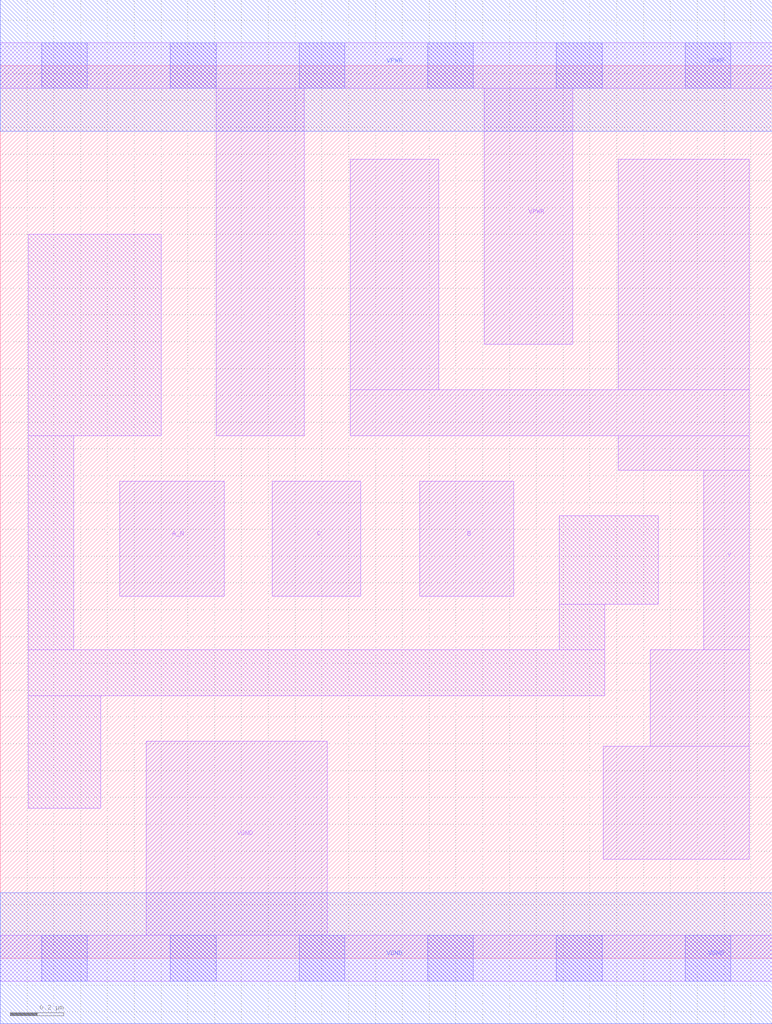
<source format=lef>
# Copyright 2020 The SkyWater PDK Authors
#
# Licensed under the Apache License, Version 2.0 (the "License");
# you may not use this file except in compliance with the License.
# You may obtain a copy of the License at
#
#     https://www.apache.org/licenses/LICENSE-2.0
#
# Unless required by applicable law or agreed to in writing, software
# distributed under the License is distributed on an "AS IS" BASIS,
# WITHOUT WARRANTIES OR CONDITIONS OF ANY KIND, either express or implied.
# See the License for the specific language governing permissions and
# limitations under the License.
#
# SPDX-License-Identifier: Apache-2.0

VERSION 5.7 ;
  NAMESCASESENSITIVE ON ;
  NOWIREEXTENSIONATPIN ON ;
  DIVIDERCHAR "/" ;
  BUSBITCHARS "[]" ;
UNITS
  DATABASE MICRONS 200 ;
END UNITS
MACRO sky130_fd_sc_ms__nand3b_1
  CLASS CORE ;
  SOURCE USER ;
  FOREIGN sky130_fd_sc_ms__nand3b_1 ;
  ORIGIN  0.000000  0.000000 ;
  SIZE  2.880000 BY  3.330000 ;
  SYMMETRY X Y ;
  SITE unit ;
  PIN A_N
    ANTENNAGATEAREA  0.233700 ;
    DIRECTION INPUT ;
    USE SIGNAL ;
    PORT
      LAYER li1 ;
        RECT 0.445000 1.350000 0.835000 1.780000 ;
    END
  END A_N
  PIN B
    ANTENNAGATEAREA  0.312600 ;
    DIRECTION INPUT ;
    USE SIGNAL ;
    PORT
      LAYER li1 ;
        RECT 1.565000 1.350000 1.915000 1.780000 ;
    END
  END B
  PIN C
    ANTENNAGATEAREA  0.312600 ;
    DIRECTION INPUT ;
    USE SIGNAL ;
    PORT
      LAYER li1 ;
        RECT 1.015000 1.350000 1.345000 1.780000 ;
    END
  END C
  PIN Y
    ANTENNADIFFAREA  0.956400 ;
    DIRECTION OUTPUT ;
    USE SIGNAL ;
    PORT
      LAYER li1 ;
        RECT 1.305000 1.950000 2.795000 2.120000 ;
        RECT 1.305000 2.120000 1.635000 2.980000 ;
        RECT 2.250000 0.370000 2.795000 0.790000 ;
        RECT 2.305000 1.820000 2.795000 1.950000 ;
        RECT 2.305000 2.120000 2.795000 2.980000 ;
        RECT 2.425000 0.790000 2.795000 1.150000 ;
        RECT 2.625000 1.150000 2.795000 1.820000 ;
    END
  END Y
  PIN VGND
    DIRECTION INOUT ;
    USE GROUND ;
    PORT
      LAYER li1 ;
        RECT 0.000000 -0.085000 2.880000 0.085000 ;
        RECT 0.545000  0.085000 1.220000 0.810000 ;
      LAYER mcon ;
        RECT 0.155000 -0.085000 0.325000 0.085000 ;
        RECT 0.635000 -0.085000 0.805000 0.085000 ;
        RECT 1.115000 -0.085000 1.285000 0.085000 ;
        RECT 1.595000 -0.085000 1.765000 0.085000 ;
        RECT 2.075000 -0.085000 2.245000 0.085000 ;
        RECT 2.555000 -0.085000 2.725000 0.085000 ;
      LAYER met1 ;
        RECT 0.000000 -0.245000 2.880000 0.245000 ;
    END
  END VGND
  PIN VPWR
    DIRECTION INOUT ;
    USE POWER ;
    PORT
      LAYER li1 ;
        RECT 0.000000 3.245000 2.880000 3.415000 ;
        RECT 0.805000 1.950000 1.135000 3.245000 ;
        RECT 1.805000 2.290000 2.135000 3.245000 ;
      LAYER mcon ;
        RECT 0.155000 3.245000 0.325000 3.415000 ;
        RECT 0.635000 3.245000 0.805000 3.415000 ;
        RECT 1.115000 3.245000 1.285000 3.415000 ;
        RECT 1.595000 3.245000 1.765000 3.415000 ;
        RECT 2.075000 3.245000 2.245000 3.415000 ;
        RECT 2.555000 3.245000 2.725000 3.415000 ;
      LAYER met1 ;
        RECT 0.000000 3.085000 2.880000 3.575000 ;
    END
  END VPWR
  OBS
    LAYER li1 ;
      RECT 0.105000 0.560000 0.375000 0.980000 ;
      RECT 0.105000 0.980000 2.255000 1.150000 ;
      RECT 0.105000 1.150000 0.275000 1.950000 ;
      RECT 0.105000 1.950000 0.600000 2.700000 ;
      RECT 2.085000 1.150000 2.255000 1.320000 ;
      RECT 2.085000 1.320000 2.455000 1.650000 ;
  END
END sky130_fd_sc_ms__nand3b_1

</source>
